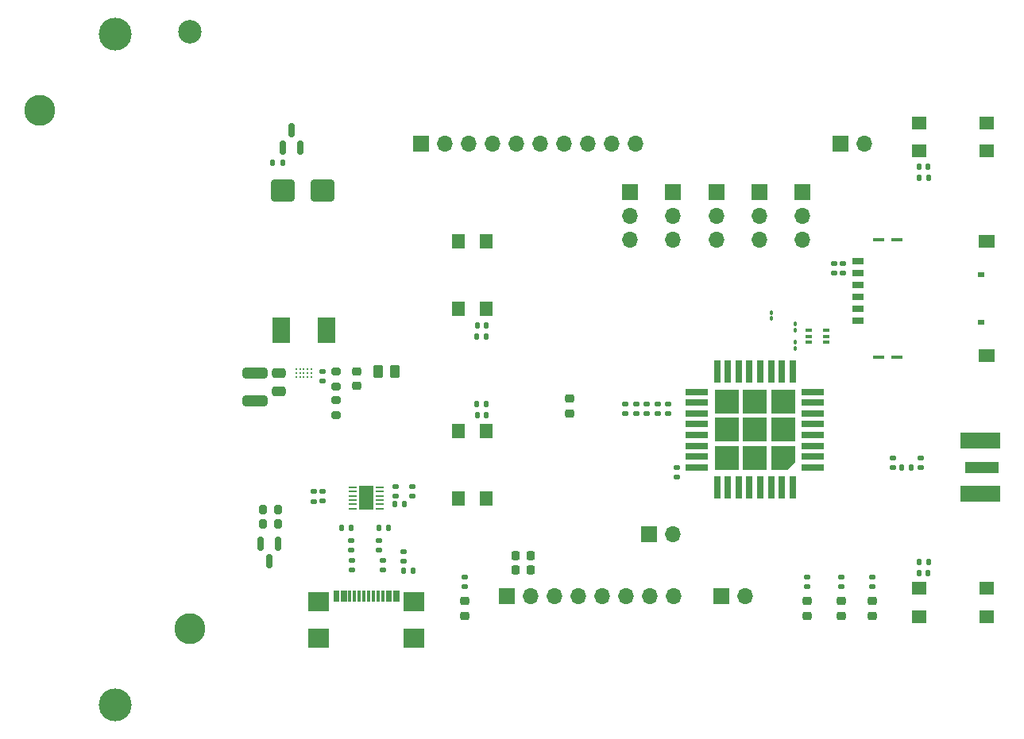
<source format=gts>
G04 #@! TF.GenerationSoftware,KiCad,Pcbnew,7.0.8*
G04 #@! TF.CreationDate,2024-03-21T14:37:43-03:00*
G04 #@! TF.ProjectId,Demo PPI NB V2,44656d6f-2050-4504-9920-4e422056322e,rev?*
G04 #@! TF.SameCoordinates,PX25ab8e0PY6dc4960*
G04 #@! TF.FileFunction,Soldermask,Top*
G04 #@! TF.FilePolarity,Negative*
%FSLAX46Y46*%
G04 Gerber Fmt 4.6, Leading zero omitted, Abs format (unit mm)*
G04 Created by KiCad (PCBNEW 7.0.8) date 2024-03-21 14:37:43*
%MOMM*%
%LPD*%
G01*
G04 APERTURE LIST*
G04 Aperture macros list*
%AMRoundRect*
0 Rectangle with rounded corners*
0 $1 Rounding radius*
0 $2 $3 $4 $5 $6 $7 $8 $9 X,Y pos of 4 corners*
0 Add a 4 corners polygon primitive as box body*
4,1,4,$2,$3,$4,$5,$6,$7,$8,$9,$2,$3,0*
0 Add four circle primitives for the rounded corners*
1,1,$1+$1,$2,$3*
1,1,$1+$1,$4,$5*
1,1,$1+$1,$6,$7*
1,1,$1+$1,$8,$9*
0 Add four rect primitives between the rounded corners*
20,1,$1+$1,$2,$3,$4,$5,0*
20,1,$1+$1,$4,$5,$6,$7,0*
20,1,$1+$1,$6,$7,$8,$9,0*
20,1,$1+$1,$8,$9,$2,$3,0*%
%AMFreePoly0*
4,1,6,1.250000,-1.250000,-1.250000,-1.250000,-1.250000,0.500000,-0.500000,1.250000,1.250000,1.250000,1.250000,-1.250000,1.250000,-1.250000,$1*%
G04 Aperture macros list end*
%ADD10R,1.700000X1.700000*%
%ADD11O,1.700000X1.700000*%
%ADD12R,1.150000X0.650000*%
%ADD13R,1.300000X0.450000*%
%ADD14R,1.700000X1.400000*%
%ADD15R,0.800000X0.540000*%
%ADD16RoundRect,0.135000X-0.135000X-0.185000X0.135000X-0.185000X0.135000X0.185000X-0.135000X0.185000X0*%
%ADD17RoundRect,0.135000X0.135000X0.185000X-0.135000X0.185000X-0.135000X-0.185000X0.135000X-0.185000X0*%
%ADD18RoundRect,0.250000X1.000000X0.900000X-1.000000X0.900000X-1.000000X-0.900000X1.000000X-0.900000X0*%
%ADD19RoundRect,0.225000X0.250000X-0.225000X0.250000X0.225000X-0.250000X0.225000X-0.250000X-0.225000X0*%
%ADD20RoundRect,0.225000X0.225000X0.250000X-0.225000X0.250000X-0.225000X-0.250000X0.225000X-0.250000X0*%
%ADD21RoundRect,0.140000X0.140000X0.170000X-0.140000X0.170000X-0.140000X-0.170000X0.140000X-0.170000X0*%
%ADD22RoundRect,0.100000X0.100000X-0.130000X0.100000X0.130000X-0.100000X0.130000X-0.100000X-0.130000X0*%
%ADD23RoundRect,0.135000X-0.185000X0.135000X-0.185000X-0.135000X0.185000X-0.135000X0.185000X0.135000X0*%
%ADD24RoundRect,0.140000X-0.170000X0.140000X-0.170000X-0.140000X0.170000X-0.140000X0.170000X0.140000X0*%
%ADD25R,1.600000X1.400000*%
%ADD26RoundRect,0.135000X0.185000X-0.135000X0.185000X0.135000X-0.185000X0.135000X-0.185000X-0.135000X0*%
%ADD27RoundRect,0.140000X0.170000X-0.140000X0.170000X0.140000X-0.170000X0.140000X-0.170000X-0.140000X0*%
%ADD28R,3.600000X1.270000*%
%ADD29R,4.200000X1.750000*%
%ADD30RoundRect,0.218750X0.256250X-0.218750X0.256250X0.218750X-0.256250X0.218750X-0.256250X-0.218750X0*%
%ADD31R,1.400000X1.600000*%
%ADD32RoundRect,0.250000X-0.262500X-0.450000X0.262500X-0.450000X0.262500X0.450000X-0.262500X0.450000X0*%
%ADD33C,3.300000*%
%ADD34C,2.500000*%
%ADD35C,3.500000*%
%ADD36RoundRect,0.250000X-0.475000X0.250000X-0.475000X-0.250000X0.475000X-0.250000X0.475000X0.250000X0*%
%ADD37R,2.400000X0.750000*%
%ADD38R,0.750000X2.400000*%
%ADD39FreePoly0,180.000000*%
%ADD40R,2.500000X2.500000*%
%ADD41RoundRect,0.200000X-0.200000X-0.275000X0.200000X-0.275000X0.200000X0.275000X-0.200000X0.275000X0*%
%ADD42RoundRect,0.150000X0.150000X-0.587500X0.150000X0.587500X-0.150000X0.587500X-0.150000X-0.587500X0*%
%ADD43RoundRect,0.200000X0.275000X-0.200000X0.275000X0.200000X-0.275000X0.200000X-0.275000X-0.200000X0*%
%ADD44RoundRect,0.140000X-0.140000X-0.170000X0.140000X-0.170000X0.140000X0.170000X-0.140000X0.170000X0*%
%ADD45RoundRect,0.200000X0.200000X0.275000X-0.200000X0.275000X-0.200000X-0.275000X0.200000X-0.275000X0*%
%ADD46R,0.850000X0.250000*%
%ADD47R,1.650000X2.550000*%
%ADD48R,0.650000X0.400000*%
%ADD49R,1.903000X2.790000*%
%ADD50RoundRect,0.150000X-0.150000X0.587500X-0.150000X-0.587500X0.150000X-0.587500X0.150000X0.587500X0*%
%ADD51RoundRect,0.250000X-1.075000X0.312500X-1.075000X-0.312500X1.075000X-0.312500X1.075000X0.312500X0*%
%ADD52RoundRect,0.225000X-0.250000X0.225000X-0.250000X-0.225000X0.250000X-0.225000X0.250000X0.225000X0*%
%ADD53C,0.001000*%
%ADD54R,0.300000X1.150000*%
%ADD55R,2.180000X2.000000*%
%ADD56C,0.230000*%
G04 APERTURE END LIST*
D10*
X43100000Y62800000D03*
D11*
X45640000Y62800000D03*
X48180000Y62800000D03*
X50720000Y62800000D03*
X53260000Y62800000D03*
X55800000Y62800000D03*
X58340000Y62800000D03*
X60880000Y62800000D03*
X63420000Y62800000D03*
X65960000Y62800000D03*
D12*
X89700000Y49000000D03*
X89700000Y46460000D03*
X89700000Y43920000D03*
X89700000Y50270000D03*
X89700000Y47730000D03*
X89700000Y45190000D03*
D13*
X93870000Y52515000D03*
X91870000Y52515000D03*
D14*
X103430000Y52350000D03*
X103430000Y40140000D03*
D13*
X93870000Y39975000D03*
X91870000Y39975000D03*
D15*
X102850000Y48785000D03*
X102850000Y43705000D03*
D16*
X34640000Y21785000D03*
X35660000Y21785000D03*
D17*
X50100000Y42200000D03*
X49080000Y42200000D03*
X50100000Y35000000D03*
X49080000Y35000000D03*
D18*
X32650000Y57823000D03*
X28350000Y57823000D03*
D10*
X52244000Y14540000D03*
D11*
X54784000Y14540000D03*
X57324000Y14540000D03*
X59864000Y14540000D03*
X62404000Y14540000D03*
X64944000Y14540000D03*
X67484000Y14540000D03*
X70024000Y14540000D03*
D19*
X58950000Y34015000D03*
X58950000Y35565000D03*
D10*
X70000000Y57625000D03*
D11*
X70000000Y55085000D03*
X70000000Y52545000D03*
D20*
X54775000Y17300000D03*
X53225000Y17300000D03*
D21*
X50100000Y43400000D03*
X49140000Y43400000D03*
D20*
X54775000Y18800000D03*
X53225000Y18800000D03*
D22*
X80450000Y44130000D03*
X80450000Y44770000D03*
D23*
X70410000Y28260000D03*
X70410000Y27240000D03*
D17*
X95395000Y28265000D03*
X94375000Y28265000D03*
D24*
X32660000Y25660000D03*
X32660000Y24700000D03*
D22*
X83000000Y42900000D03*
X83000000Y43540000D03*
D25*
X96200000Y15350000D03*
X103400000Y15350000D03*
X96200000Y12350000D03*
X103400000Y12350000D03*
D26*
X84300000Y15497500D03*
X84300000Y16517500D03*
D27*
X42210000Y25215000D03*
X42210000Y26175000D03*
X67180000Y34015000D03*
X67180000Y34975000D03*
X66030000Y34015000D03*
X66030000Y34975000D03*
X87130000Y49000000D03*
X87130000Y49960000D03*
X96395000Y28265000D03*
X96395000Y29225000D03*
X40390000Y25215000D03*
X40390000Y26175000D03*
D16*
X96200000Y18150000D03*
X97220000Y18150000D03*
D28*
X102900000Y28265000D03*
D29*
X102700000Y25440000D03*
X102700000Y31090000D03*
D22*
X83000000Y40960000D03*
X83000000Y41600000D03*
D16*
X27330000Y60744000D03*
X28350000Y60744000D03*
D10*
X83800000Y57625000D03*
D11*
X83800000Y55085000D03*
X83800000Y52545000D03*
D10*
X75104000Y14540000D03*
D11*
X77644000Y14540000D03*
D30*
X91200000Y12420000D03*
X91200000Y13995000D03*
D31*
X50100000Y52400000D03*
X50100000Y45200000D03*
X47100000Y52400000D03*
X47100000Y45200000D03*
D26*
X87900000Y15497500D03*
X87900000Y16517500D03*
D32*
X38542000Y38500000D03*
X40367000Y38500000D03*
D33*
X18500000Y11080000D03*
X2500000Y66320000D03*
D34*
X18500000Y74700000D03*
D35*
X10500000Y74490000D03*
X10500000Y2910000D03*
D30*
X87900000Y12420000D03*
X87900000Y13995000D03*
D36*
X27990000Y38300000D03*
X27990000Y36400000D03*
D23*
X31729000Y25660000D03*
X31729000Y24640000D03*
D27*
X69480000Y34015000D03*
X69480000Y34975000D03*
D26*
X91200000Y15497500D03*
X91200000Y16517500D03*
D37*
X84900000Y28265000D03*
X84900000Y29415000D03*
X84900000Y30565000D03*
X84900000Y31715000D03*
X84900000Y32865000D03*
X84900000Y34015000D03*
X84900000Y35165000D03*
X84900000Y36315000D03*
D38*
X82725000Y38490000D03*
X81575000Y38490000D03*
X80425000Y38490000D03*
X79275000Y38490000D03*
X78125000Y38490000D03*
X76975000Y38490000D03*
X75825000Y38490000D03*
X74675000Y38490000D03*
D37*
X72500000Y36315000D03*
X72500000Y35165000D03*
X72500000Y34015000D03*
X72500000Y32865000D03*
X72500000Y31715000D03*
X72500000Y30565000D03*
X72500000Y29415000D03*
X72500000Y28265000D03*
D38*
X74675000Y26090000D03*
X75825000Y26090000D03*
X76975000Y26090000D03*
X78125000Y26090000D03*
X79275000Y26090000D03*
X80425000Y26090000D03*
X81575000Y26090000D03*
X82725000Y26090000D03*
D39*
X81700000Y29290000D03*
D40*
X81700000Y32290000D03*
X81700000Y35290000D03*
X78700000Y29290000D03*
X78700000Y32290000D03*
X78700000Y35290000D03*
X75700000Y29290000D03*
X75700000Y32290000D03*
X75700000Y35290000D03*
D41*
X26275000Y23772000D03*
X27925000Y23772000D03*
D26*
X47800000Y15497500D03*
X47800000Y16517500D03*
D17*
X42280000Y17265000D03*
X41260000Y17265000D03*
D30*
X84300000Y12420000D03*
X84300000Y13995000D03*
D10*
X67450000Y21100000D03*
D11*
X69990000Y21100000D03*
D10*
X79200000Y57625000D03*
D11*
X79200000Y55085000D03*
X79200000Y52545000D03*
D42*
X28350000Y62346500D03*
X30250000Y62346500D03*
X29300000Y64221500D03*
D30*
X47800000Y12420000D03*
X47800000Y13995000D03*
D43*
X34037500Y33825000D03*
X34037500Y35475000D03*
D31*
X50100000Y32140000D03*
X50100000Y24940000D03*
X47100000Y32140000D03*
X47100000Y24940000D03*
D44*
X96200000Y60350000D03*
X97160000Y60350000D03*
D45*
X27925000Y22248000D03*
X26275000Y22248000D03*
D44*
X96200000Y16950000D03*
X97160000Y16950000D03*
D10*
X74600000Y57625000D03*
D11*
X74600000Y55085000D03*
X74600000Y52545000D03*
D46*
X38710000Y23860000D03*
X38710000Y24310000D03*
X38710000Y24760000D03*
X38710000Y25210000D03*
X38710000Y25660000D03*
X38710000Y26110000D03*
X35810000Y26110000D03*
X35810000Y25660000D03*
X35810000Y25210000D03*
X35810000Y24760000D03*
X35810000Y24310000D03*
X35810000Y23860000D03*
D47*
X37260000Y24985000D03*
D23*
X38660000Y20485000D03*
X38660000Y19465000D03*
D48*
X86300000Y41600000D03*
X86300000Y42250000D03*
X86300000Y42900000D03*
X84400000Y42900000D03*
X84400000Y42250000D03*
X84400000Y41600000D03*
D21*
X50100000Y33800000D03*
X49140000Y33800000D03*
D49*
X28200000Y42849000D03*
X33053000Y42849000D03*
D25*
X103400000Y62000000D03*
X96200000Y62000000D03*
X103400000Y65000000D03*
X96200000Y65000000D03*
D50*
X27925000Y20137500D03*
X26025000Y20137500D03*
X26975000Y18262500D03*
D27*
X88100000Y49000000D03*
X88100000Y49960000D03*
D51*
X25390000Y38300000D03*
X25390000Y35375000D03*
D26*
X35660000Y19465000D03*
X35660000Y20485000D03*
D27*
X93395000Y28265000D03*
X93395000Y29225000D03*
D26*
X35760000Y17295000D03*
X35760000Y18315000D03*
D43*
X34037500Y36850000D03*
X34037500Y38500000D03*
D26*
X32626500Y37480000D03*
X32626500Y38500000D03*
D52*
X36250000Y38500000D03*
X36250000Y36950000D03*
D16*
X96200000Y59150000D03*
X97220000Y59150000D03*
D53*
X34400000Y13430000D03*
X40180000Y13430000D03*
D54*
X33940000Y14505000D03*
X34740000Y14505000D03*
X36040000Y14505000D03*
X37040000Y14505000D03*
X37540000Y14505000D03*
X38540000Y14505000D03*
X39840000Y14505000D03*
X40640000Y14505000D03*
X40340000Y14505000D03*
X39540000Y14505000D03*
X39040000Y14505000D03*
X38040000Y14505000D03*
X36540000Y14505000D03*
X35540000Y14505000D03*
X35040000Y14505000D03*
X34240000Y14505000D03*
D55*
X32180000Y10000000D03*
X42400000Y10000000D03*
X32180000Y13930000D03*
X42400000Y13930000D03*
D10*
X65400000Y57625000D03*
D11*
X65400000Y55085000D03*
X65400000Y52545000D03*
D23*
X41260000Y19285000D03*
X41260000Y18265000D03*
D26*
X39040000Y17295000D03*
X39040000Y18315000D03*
D17*
X39680000Y21785000D03*
X38660000Y21785000D03*
D44*
X40360000Y24305000D03*
X41320000Y24305000D03*
D10*
X87804000Y62800000D03*
D11*
X90344000Y62800000D03*
D56*
X29826500Y37900000D03*
X29826500Y38300000D03*
X29826500Y38700000D03*
X30226500Y37900000D03*
X30226500Y38300000D03*
X30226500Y38700000D03*
X30626500Y37900000D03*
X30626500Y38300000D03*
X30626500Y38700000D03*
X31026500Y37900000D03*
X31026500Y38300000D03*
X31026500Y38700000D03*
X31426500Y37900000D03*
X31426500Y38300000D03*
X31426500Y38700000D03*
D27*
X68330000Y34015000D03*
X68330000Y34975000D03*
X64880000Y34015000D03*
X64880000Y34975000D03*
M02*

</source>
